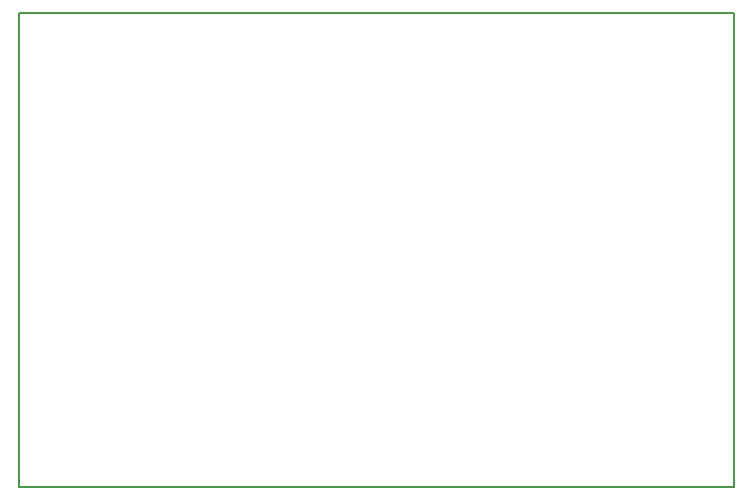
<source format=gbr>
%TF.GenerationSoftware,KiCad,Pcbnew,9.0.2*%
%TF.CreationDate,2025-07-25T14:57:03+06:00*%
%TF.ProjectId,bl2,626c322e-6b69-4636-9164-5f7063625858,rev?*%
%TF.SameCoordinates,Original*%
%TF.FileFunction,Other,User*%
%FSLAX46Y46*%
G04 Gerber Fmt 4.6, Leading zero omitted, Abs format (unit mm)*
G04 Created by KiCad (PCBNEW 9.0.2) date 2025-07-25 14:57:03*
%MOMM*%
%LPD*%
G01*
G04 APERTURE LIST*
%ADD10C,0.200000*%
G04 APERTURE END LIST*
D10*
X123830000Y-45500000D02*
X184360000Y-45500000D01*
X184360000Y-85620000D01*
X123830000Y-85620000D01*
X123830000Y-45500000D01*
M02*

</source>
